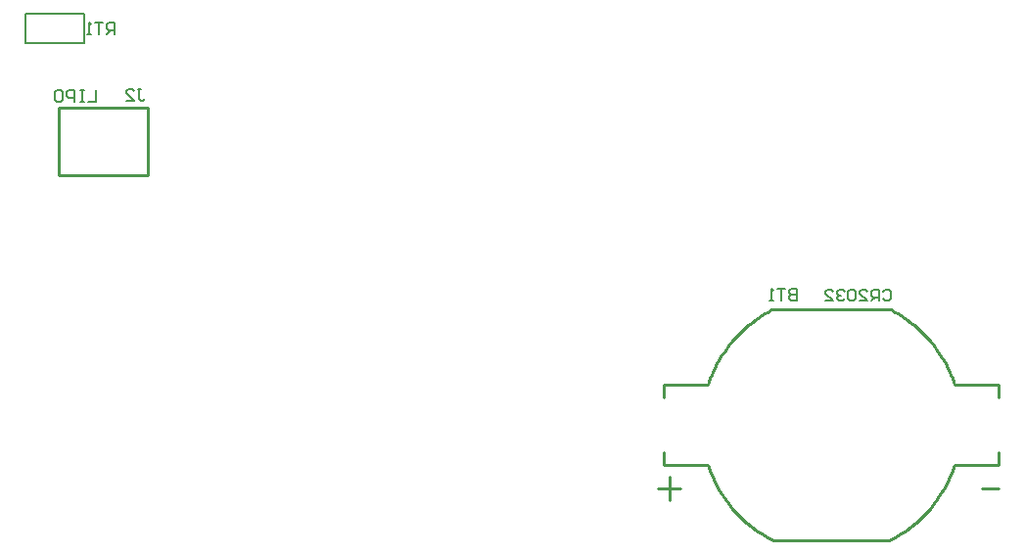
<source format=gbo>
G04*
G04 #@! TF.GenerationSoftware,Altium Limited,Altium Designer,21.6.1 (37)*
G04*
G04 Layer_Color=32896*
%FSLAX44Y44*%
%MOMM*%
G71*
G04*
G04 #@! TF.SameCoordinates,E457EF80-1144-4942-8A44-04504F566FFE*
G04*
G04*
G04 #@! TF.FilePolarity,Positive*
G04*
G01*
G75*
%ADD10C,0.2000*%
%ADD16C,0.2540*%
%ADD17C,0.2032*%
%ADD18C,0.2030*%
D10*
X73100Y452300D02*
Y477700D01*
X22300D02*
X73100D01*
X22300Y452300D02*
Y477700D01*
Y452300D02*
X73100D01*
D16*
X51192Y338544D02*
Y396456D01*
X128408Y338544D02*
Y396456D01*
X51192Y338544D02*
X128408D01*
X51192Y396456D02*
X128408D01*
X574000Y87500D02*
Y98500D01*
Y87500D02*
X612550D01*
X613191Y85689D01*
X614421Y82256D01*
X615499Y79635D01*
X616576Y77119D01*
X618417Y73129D01*
X620202Y69682D01*
X621995Y66562D01*
X623761Y63583D01*
X627317Y58138D01*
X630029Y54411D01*
X633842Y49726D01*
X638778Y44296D01*
X641256Y41892D01*
X643497Y39765D01*
X645458Y38026D01*
X647068Y36642D01*
X648997Y35039D01*
X651205Y33310D01*
X652723Y32197D01*
X655254Y30391D01*
X658511Y28172D01*
X661592Y26314D01*
X664031Y24922D01*
X667342Y23105D01*
X668875Y22500D01*
X574000Y146500D02*
Y157500D01*
X612550D01*
X864000Y146500D02*
Y157500D01*
X825450D02*
X864000D01*
Y87500D02*
Y98500D01*
X825450Y87500D02*
X864000D01*
X824809Y159311D02*
X825450Y157500D01*
X823579Y162743D02*
X824809Y159311D01*
X822501Y165365D02*
X823579Y162743D01*
X821424Y167881D02*
X822501Y165365D01*
X819583Y171871D02*
X821424Y167881D01*
X817798Y175318D02*
X819583Y171871D01*
X816005Y178438D02*
X817798Y175318D01*
X814239Y181417D02*
X816005Y178438D01*
X810684Y186862D02*
X814239Y181417D01*
X807971Y190589D02*
X810684Y186862D01*
X804158Y195274D02*
X807971Y190589D01*
X799222Y200704D02*
X804158Y195274D01*
X796744Y203107D02*
X799222Y200704D01*
X794502Y205235D02*
X796744Y203107D01*
X792542Y206974D02*
X794502Y205235D01*
X790932Y208358D02*
X792542Y206974D01*
X789003Y209961D02*
X790932Y208358D01*
X786795Y211691D02*
X789003Y209961D01*
X785277Y212803D02*
X786795Y211691D01*
X782746Y214609D02*
X785277Y212803D01*
X779489Y216828D02*
X782746Y214609D01*
X776408Y218686D02*
X779489Y216828D01*
X773969Y220078D02*
X776408Y218686D01*
X770658Y221895D02*
X773969Y220078D01*
X769125Y222500D02*
X770658Y221895D01*
X824809Y85689D02*
X825450Y87500D01*
X823579Y82256D02*
X824809Y85689D01*
X822501Y79635D02*
X823579Y82256D01*
X821424Y77119D02*
X822501Y79635D01*
X819583Y73129D02*
X821424Y77119D01*
X817798Y69682D02*
X819583Y73129D01*
X816005Y66562D02*
X817798Y69682D01*
X814239Y63583D02*
X816005Y66562D01*
X810684Y58138D02*
X814239Y63583D01*
X807971Y54411D02*
X810684Y58138D01*
X804158Y49726D02*
X807971Y54411D01*
X799222Y44296D02*
X804158Y49726D01*
X796744Y41892D02*
X799222Y44296D01*
X794502Y39765D02*
X796744Y41892D01*
X792542Y38026D02*
X794502Y39765D01*
X790932Y36642D02*
X792542Y38026D01*
X789003Y35039D02*
X790932Y36642D01*
X786795Y33310D02*
X789003Y35039D01*
X785277Y32197D02*
X786795Y33310D01*
X782746Y30391D02*
X785277Y32197D01*
X779489Y28172D02*
X782746Y30391D01*
X776408Y26314D02*
X779489Y28172D01*
X773969Y24922D02*
X776408Y26314D01*
X770658Y23105D02*
X773969Y24922D01*
X769125Y22500D02*
X770658Y23105D01*
X612550Y157500D02*
X613191Y159311D01*
X614421Y162743D01*
X615499Y165365D01*
X616576Y167881D01*
X618417Y171871D01*
X620202Y175318D01*
X621995Y178438D01*
X623761Y181417D01*
X627317Y186862D01*
X630029Y190589D01*
X633842Y195274D01*
X638778Y200704D01*
X641256Y203107D01*
X643497Y205235D01*
X645458Y206974D01*
X647068Y208358D01*
X648997Y209961D01*
X651205Y211691D01*
X652723Y212803D01*
X655254Y214609D01*
X658511Y216828D01*
X661592Y218686D01*
X664031Y220078D01*
X667342Y221895D01*
X668875Y222500D01*
X669000Y22500D02*
X769000D01*
X669000Y222500D02*
X769000D01*
X579000Y57500D02*
Y77500D01*
X569000Y67500D02*
X589000D01*
X849000D02*
X864000D01*
D17*
X689163Y239998D02*
Y230002D01*
X684165D01*
X682498Y231668D01*
Y233334D01*
X684165Y235000D01*
X689163D01*
X684165D01*
X682498Y236666D01*
Y238332D01*
X684165Y239998D01*
X689163D01*
X679166D02*
X672502D01*
X675834D01*
Y230002D01*
X669169D02*
X665837D01*
X667503D01*
Y239998D01*
X669169Y238332D01*
X99163Y460002D02*
Y469998D01*
X94164D01*
X92498Y468332D01*
Y465000D01*
X94164Y463334D01*
X99163D01*
X95831D02*
X92498Y460002D01*
X89166Y469998D02*
X82502D01*
X85834D01*
Y460002D01*
X79169D02*
X75837D01*
X77503D01*
Y469998D01*
X79169Y468332D01*
X119166Y412498D02*
X122498D01*
X120832D01*
Y404168D01*
X122498Y402502D01*
X124164D01*
X125831Y404168D01*
X109169Y402502D02*
X115834D01*
X109169Y409166D01*
Y410832D01*
X110836Y412498D01*
X114168D01*
X115834Y410832D01*
D18*
X763805Y237861D02*
X765472Y239527D01*
X768804D01*
X770470Y237861D01*
Y231196D01*
X768804Y229530D01*
X765472D01*
X763805Y231196D01*
X760473Y229530D02*
Y239527D01*
X755475D01*
X753809Y237861D01*
Y234528D01*
X755475Y232862D01*
X760473D01*
X757141D02*
X753809Y229530D01*
X743812D02*
X750477D01*
X743812Y236194D01*
Y237861D01*
X745478Y239527D01*
X748810D01*
X750477Y237861D01*
X740480D02*
X738814Y239527D01*
X735481D01*
X733815Y237861D01*
Y231196D01*
X735481Y229530D01*
X738814D01*
X740480Y231196D01*
Y237861D01*
X730483D02*
X728817Y239527D01*
X725484D01*
X723818Y237861D01*
Y236194D01*
X725484Y234528D01*
X727151D01*
X725484D01*
X723818Y232862D01*
Y231196D01*
X725484Y229530D01*
X728817D01*
X730483Y231196D01*
X713822Y229530D02*
X720486D01*
X713822Y236194D01*
Y237861D01*
X715488Y239527D01*
X718820D01*
X720486Y237861D01*
X82970Y412027D02*
Y402030D01*
X76305D01*
X72973Y412027D02*
X69641D01*
X71307D01*
Y402030D01*
X72973D01*
X69641D01*
X64643D02*
Y412027D01*
X59644D01*
X57978Y410361D01*
Y407028D01*
X59644Y405362D01*
X64643D01*
X49647Y412027D02*
X52980D01*
X54646Y410361D01*
Y403696D01*
X52980Y402030D01*
X49647D01*
X47981Y403696D01*
Y410361D01*
X49647Y412027D01*
M02*

</source>
